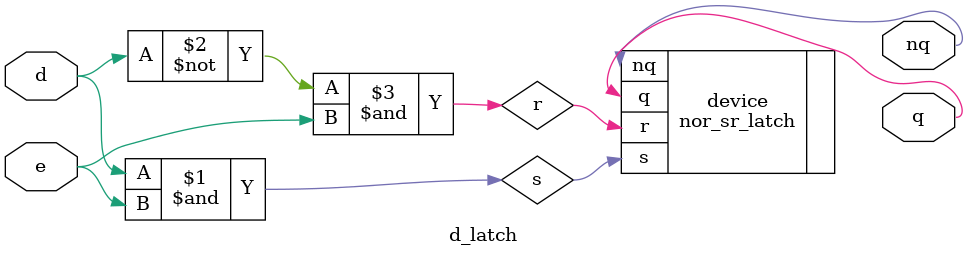
<source format=v>
`timescale 1ns / 1ps

module d_latch(d, e, q, nq);
    input d, e;
    output q, nq;
    wire s, r;
    
    assign s = d & e;
    assign r = ~d & e;
    
    nor_sr_latch device(.s(s), .r(r), .q(q), .nq(nq));
endmodule

</source>
